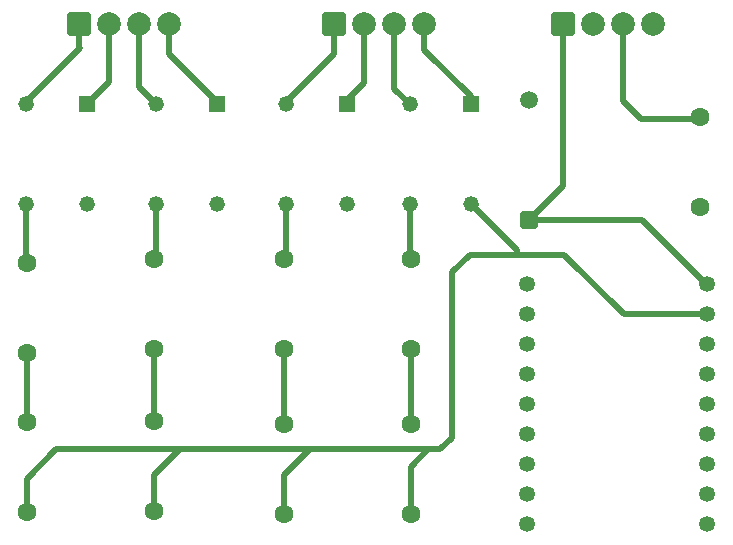
<source format=gbr>
%TF.GenerationSoftware,KiCad,Pcbnew,9.0.6*%
%TF.CreationDate,2025-11-16T14:16:20+11:00*%
%TF.ProjectId,TaikoPcb,5461696b-6f50-4636-922e-6b696361645f,rev?*%
%TF.SameCoordinates,Original*%
%TF.FileFunction,Copper,L1,Top*%
%TF.FilePolarity,Positive*%
%FSLAX46Y46*%
G04 Gerber Fmt 4.6, Leading zero omitted, Abs format (unit mm)*
G04 Created by KiCad (PCBNEW 9.0.6) date 2025-11-16 14:16:20*
%MOMM*%
%LPD*%
G01*
G04 APERTURE LIST*
G04 Aperture macros list*
%AMRoundRect*
0 Rectangle with rounded corners*
0 $1 Rounding radius*
0 $2 $3 $4 $5 $6 $7 $8 $9 X,Y pos of 4 corners*
0 Add a 4 corners polygon primitive as box body*
4,1,4,$2,$3,$4,$5,$6,$7,$8,$9,$2,$3,0*
0 Add four circle primitives for the rounded corners*
1,1,$1+$1,$2,$3*
1,1,$1+$1,$4,$5*
1,1,$1+$1,$6,$7*
1,1,$1+$1,$8,$9*
0 Add four rect primitives between the rounded corners*
20,1,$1+$1,$2,$3,$4,$5,0*
20,1,$1+$1,$4,$5,$6,$7,0*
20,1,$1+$1,$6,$7,$8,$9,0*
20,1,$1+$1,$8,$9,$2,$3,0*%
G04 Aperture macros list end*
%TA.AperFunction,ComponentPad*%
%ADD10R,1.320800X1.320800*%
%TD*%
%TA.AperFunction,ComponentPad*%
%ADD11C,1.320800*%
%TD*%
%TA.AperFunction,ComponentPad*%
%ADD12C,1.600000*%
%TD*%
%TA.AperFunction,ComponentPad*%
%ADD13C,1.348000*%
%TD*%
%TA.AperFunction,ComponentPad*%
%ADD14RoundRect,0.250000X-0.750000X-0.750000X0.750000X-0.750000X0.750000X0.750000X-0.750000X0.750000X0*%
%TD*%
%TA.AperFunction,ComponentPad*%
%ADD15C,2.000000*%
%TD*%
%TA.AperFunction,ComponentPad*%
%ADD16RoundRect,0.250001X0.499999X-0.499999X0.499999X0.499999X-0.499999X0.499999X-0.499999X-0.499999X0*%
%TD*%
%TA.AperFunction,ComponentPad*%
%ADD17C,1.500000*%
%TD*%
%TA.AperFunction,Conductor*%
%ADD18C,0.500000*%
%TD*%
G04 APERTURE END LIST*
D10*
%TO.P,U2,1,1*%
%TO.N,Net-(J1-Pin_2)*%
X121100000Y-45750000D03*
D11*
%TO.P,U2,2,2*%
%TO.N,Net-(J1-Pin_1)*%
X115900000Y-45750000D03*
%TO.P,U2,3,3*%
%TO.N,Net-(R1-Pad1)*%
X115900000Y-54249999D03*
%TO.P,U2,4,4*%
%TO.N,GND*%
X121100000Y-54249999D03*
%TD*%
D12*
%TO.P,R3,1*%
%TO.N,Net-(R3-Pad1)*%
X126800000Y-58880000D03*
%TO.P,R3,2*%
%TO.N,Net-(U1-GP4)*%
X126800000Y-66500000D03*
%TD*%
%TO.P,R5,1*%
%TO.N,Net-(R5-Pad1)*%
X137800000Y-58880000D03*
%TO.P,R5,2*%
%TO.N,Net-(U1-GP2)*%
X137800000Y-66500000D03*
%TD*%
D13*
%TO.P,U1,1,TX*%
%TO.N,unconnected-(U1-TX-Pad1)*%
X158380000Y-61000000D03*
%TO.P,U1,2,RX*%
%TO.N,unconnected-(U1-RX-Pad2)*%
X158380000Y-63540000D03*
%TO.P,U1,3,GP1*%
%TO.N,Net-(U1-GP1)*%
X158380000Y-66080000D03*
%TO.P,U1,4,GP2*%
%TO.N,Net-(U1-GP2)*%
X158380000Y-68620000D03*
%TO.P,U1,5,GP3*%
%TO.N,unconnected-(U1-GP3-Pad5)*%
X158380000Y-71160000D03*
%TO.P,U1,6,GP4*%
%TO.N,Net-(U1-GP4)*%
X158380000Y-73700000D03*
%TO.P,U1,7,GP5*%
%TO.N,Net-(U1-GP5)*%
X158380000Y-76240000D03*
%TO.P,U1,8,GP6*%
%TO.N,Net-(J3-Pin_4)*%
X158380000Y-78780000D03*
%TO.P,U1,9,GP7*%
%TO.N,Net-(U1-GP7)*%
X158380000Y-81314000D03*
%TO.P,U1,10,GP8*%
%TO.N,unconnected-(U1-GP8-Pad10)*%
X173620000Y-81314000D03*
%TO.P,U1,11,GP9*%
%TO.N,unconnected-(U1-GP9-Pad11)*%
X173620000Y-78780000D03*
%TO.P,U1,12,GP10*%
%TO.N,unconnected-(U1-GP10-Pad12)*%
X173620000Y-76240000D03*
%TO.P,U1,13,GP11*%
%TO.N,unconnected-(U1-GP11-Pad13)*%
X173620000Y-73700000D03*
%TO.P,U1,14,GP12*%
%TO.N,unconnected-(U1-GP12-Pad14)*%
X173620000Y-71160000D03*
%TO.P,U1,15,GP13*%
%TO.N,unconnected-(U1-GP13-Pad15)*%
X173620000Y-68620000D03*
%TO.P,U1,16,3v3*%
%TO.N,unconnected-(U1-3v3-Pad16)*%
X173620000Y-66080000D03*
%TO.P,U1,17,GND*%
%TO.N,GND*%
X173620000Y-63540000D03*
%TO.P,U1,18,5v*%
%TO.N,Net-(J3-Pin_1)*%
X173620000Y-61000000D03*
%TD*%
D10*
%TO.P,U4,1,1*%
%TO.N,Net-(J2-Pin_2)*%
X143100000Y-45750000D03*
D11*
%TO.P,U4,2,2*%
%TO.N,Net-(J2-Pin_1)*%
X137900000Y-45750000D03*
%TO.P,U4,3,3*%
%TO.N,Net-(R5-Pad1)*%
X137900000Y-54249999D03*
%TO.P,U4,4,4*%
%TO.N,GND*%
X143100000Y-54249999D03*
%TD*%
D12*
%TO.P,R6,1*%
%TO.N,Net-(U1-GP2)*%
X137800000Y-72880000D03*
%TO.P,R6,2*%
%TO.N,GND*%
X137800000Y-80500000D03*
%TD*%
D14*
%TO.P,J1,1,Pin_1*%
%TO.N,Net-(J1-Pin_1)*%
X120420000Y-39000000D03*
D15*
%TO.P,J1,2,Pin_2*%
%TO.N,Net-(J1-Pin_2)*%
X122960000Y-39000000D03*
%TO.P,J1,3,Pin_3*%
%TO.N,Net-(J1-Pin_3)*%
X125500000Y-39000000D03*
%TO.P,J1,4,Pin_4*%
%TO.N,Net-(J1-Pin_4)*%
X128040000Y-39000000D03*
%TD*%
D12*
%TO.P,R2,1*%
%TO.N,Net-(U1-GP5)*%
X116000000Y-72690000D03*
%TO.P,R2,2*%
%TO.N,GND*%
X116000000Y-80310000D03*
%TD*%
%TO.P,R7,1*%
%TO.N,Net-(R7-Pad1)*%
X148500000Y-58880000D03*
%TO.P,R7,2*%
%TO.N,Net-(U1-GP1)*%
X148500000Y-66500000D03*
%TD*%
%TO.P,R4,1*%
%TO.N,Net-(U1-GP4)*%
X126800000Y-72570000D03*
%TO.P,R4,2*%
%TO.N,GND*%
X126800000Y-80190000D03*
%TD*%
D10*
%TO.P,U3,1,1*%
%TO.N,Net-(J1-Pin_4)*%
X132100000Y-45750000D03*
D11*
%TO.P,U3,2,2*%
%TO.N,Net-(J1-Pin_3)*%
X126900000Y-45750000D03*
%TO.P,U3,3,3*%
%TO.N,Net-(R3-Pad1)*%
X126900000Y-54249999D03*
%TO.P,U3,4,4*%
%TO.N,GND*%
X132100000Y-54249999D03*
%TD*%
D12*
%TO.P,R9,1*%
%TO.N,Net-(U1-GP7)*%
X173000000Y-54500000D03*
%TO.P,R9,2*%
%TO.N,Net-(J3-Pin_3)*%
X173000000Y-46880000D03*
%TD*%
D14*
%TO.P,J2,1,Pin_1*%
%TO.N,Net-(J2-Pin_1)*%
X142020000Y-39000000D03*
D15*
%TO.P,J2,2,Pin_2*%
%TO.N,Net-(J2-Pin_2)*%
X144560000Y-39000000D03*
%TO.P,J2,3,Pin_3*%
%TO.N,Net-(J2-Pin_3)*%
X147100000Y-39000000D03*
%TO.P,J2,4,Pin_4*%
%TO.N,Net-(J2-Pin_4)*%
X149640000Y-39000000D03*
%TD*%
D16*
%TO.P,C1,1*%
%TO.N,Net-(J3-Pin_1)*%
X158500000Y-55580000D03*
D17*
%TO.P,C1,2*%
%TO.N,GND*%
X158500000Y-45420000D03*
%TD*%
D12*
%TO.P,R8,1*%
%TO.N,Net-(U1-GP1)*%
X148500000Y-72880000D03*
%TO.P,R8,2*%
%TO.N,GND*%
X148500000Y-80500000D03*
%TD*%
%TO.P,R1,1*%
%TO.N,Net-(R1-Pad1)*%
X116000000Y-59190000D03*
%TO.P,R1,2*%
%TO.N,Net-(U1-GP5)*%
X116000000Y-66810000D03*
%TD*%
D14*
%TO.P,J3,1,Pin_1*%
%TO.N,Net-(J3-Pin_1)*%
X161420000Y-39000000D03*
D15*
%TO.P,J3,2,Pin_2*%
%TO.N,GND*%
X163960000Y-39000000D03*
%TO.P,J3,3,Pin_3*%
%TO.N,Net-(J3-Pin_3)*%
X166500000Y-39000000D03*
%TO.P,J3,4,Pin_4*%
%TO.N,Net-(J3-Pin_4)*%
X169040000Y-39000000D03*
%TD*%
D10*
%TO.P,U5,1,1*%
%TO.N,Net-(J2-Pin_4)*%
X153600000Y-45750000D03*
D11*
%TO.P,U5,2,2*%
%TO.N,Net-(J2-Pin_3)*%
X148400000Y-45750000D03*
%TO.P,U5,3,3*%
%TO.N,Net-(R7-Pad1)*%
X148400000Y-54249999D03*
%TO.P,U5,4,4*%
%TO.N,GND*%
X153600000Y-54249999D03*
%TD*%
D18*
%TO.N,GND*%
X161500000Y-58500000D02*
X157500000Y-58500000D01*
X142500000Y-75000000D02*
X140000000Y-75000000D01*
X137800000Y-77200000D02*
X137800000Y-80500000D01*
X151000000Y-75000000D02*
X150000000Y-75000000D01*
X142500000Y-75000000D02*
X150000000Y-75000000D01*
X130000000Y-75000000D02*
X129000000Y-75000000D01*
X173620000Y-63540000D02*
X166540000Y-63540000D01*
X151000000Y-75000000D02*
X152000000Y-74000000D01*
X152000000Y-60000000D02*
X152000000Y-74000000D01*
X118500000Y-75000000D02*
X116000000Y-77500000D01*
X154000000Y-58500000D02*
X153500000Y-58500000D01*
X130000000Y-75000000D02*
X118500000Y-75000000D01*
X153500000Y-58500000D02*
X152000000Y-60000000D01*
X116000000Y-80310000D02*
X116000000Y-80500000D01*
X153600000Y-54249999D02*
X157500000Y-58149999D01*
X140000000Y-75000000D02*
X137800000Y-77200000D01*
X116000000Y-77500000D02*
X116000000Y-80310000D01*
X142500000Y-75000000D02*
X130000000Y-75000000D01*
X129000000Y-75000000D02*
X126800000Y-77200000D01*
X150000000Y-75000000D02*
X148500000Y-76500000D01*
X148500000Y-76500000D02*
X148500000Y-80500000D01*
X126800000Y-77200000D02*
X126800000Y-80190000D01*
X166540000Y-63540000D02*
X161500000Y-58500000D01*
X157500000Y-58149999D02*
X157500000Y-58500000D01*
X157500000Y-58500000D02*
X154000000Y-58500000D01*
%TO.N,Net-(J3-Pin_1)*%
X173620000Y-61000000D02*
X173500000Y-61000000D01*
X173500000Y-61000000D02*
X168080000Y-55580000D01*
X168080000Y-55580000D02*
X158500000Y-55580000D01*
X161420000Y-52660000D02*
X161420000Y-39000000D01*
X158500000Y-55580000D02*
X161420000Y-52660000D01*
%TO.N,Net-(J1-Pin_4)*%
X132100000Y-45600000D02*
X132100000Y-45750000D01*
X128000000Y-41500000D02*
X132100000Y-45600000D01*
X128040000Y-41460000D02*
X128040000Y-39000000D01*
X128040000Y-41460000D02*
X128000000Y-41500000D01*
%TO.N,Net-(J1-Pin_1)*%
X115900000Y-45600000D02*
X120500000Y-41000000D01*
X120500000Y-41000000D02*
X120420000Y-40920000D01*
X120420000Y-40920000D02*
X120420000Y-39000000D01*
X115900000Y-45750000D02*
X115900000Y-45600000D01*
%TO.N,Net-(J1-Pin_2)*%
X122960000Y-43890000D02*
X122960000Y-39000000D01*
X121100000Y-45750000D02*
X122960000Y-43890000D01*
%TO.N,Net-(J1-Pin_3)*%
X125500000Y-44350000D02*
X125500000Y-39000000D01*
X126900000Y-45750000D02*
X125500000Y-44350000D01*
%TO.N,Net-(J2-Pin_3)*%
X148400000Y-45750000D02*
X147100000Y-44450000D01*
X147100000Y-44450000D02*
X147100000Y-39000000D01*
%TO.N,Net-(J2-Pin_1)*%
X142020000Y-41480000D02*
X142000000Y-41460000D01*
X137900000Y-45750000D02*
X137900000Y-45600000D01*
X142020000Y-40980000D02*
X142020000Y-39000000D01*
X142000000Y-41000000D02*
X142020000Y-40980000D01*
X137900000Y-45600000D02*
X142020000Y-41480000D01*
X142000000Y-41460000D02*
X142000000Y-41000000D01*
%TO.N,Net-(J2-Pin_4)*%
X153600000Y-45100000D02*
X149640000Y-41140000D01*
X149640000Y-41140000D02*
X149640000Y-39000000D01*
X153600000Y-45750000D02*
X153600000Y-45100000D01*
%TO.N,Net-(J2-Pin_2)*%
X144560000Y-43940000D02*
X144560000Y-39000000D01*
X143100000Y-45750000D02*
X143100000Y-45400000D01*
X143100000Y-45400000D02*
X144560000Y-43940000D01*
%TO.N,Net-(J3-Pin_3)*%
X168000000Y-47000000D02*
X166500000Y-45500000D01*
X173000000Y-46880000D02*
X173000000Y-47000000D01*
X173000000Y-47000000D02*
X168000000Y-47000000D01*
X166500000Y-45500000D02*
X166500000Y-39000000D01*
%TO.N,Net-(R1-Pad1)*%
X115900000Y-59090000D02*
X116000000Y-59190000D01*
X115900000Y-54249999D02*
X115900000Y-59090000D01*
%TO.N,Net-(U1-GP5)*%
X116000000Y-66810000D02*
X116000000Y-72690000D01*
%TO.N,Net-(R3-Pad1)*%
X126900000Y-54249999D02*
X126900000Y-58780000D01*
X126900000Y-58780000D02*
X126800000Y-58880000D01*
%TO.N,Net-(U1-GP4)*%
X126800000Y-66500000D02*
X126800000Y-72570000D01*
%TO.N,Net-(U1-GP2)*%
X137800000Y-66500000D02*
X137800000Y-72880000D01*
%TO.N,Net-(R5-Pad1)*%
X137880000Y-58880000D02*
X137900000Y-58900000D01*
X137800000Y-58880000D02*
X137880000Y-58880000D01*
X137900000Y-58900000D02*
X137900000Y-54249999D01*
%TO.N,Net-(R7-Pad1)*%
X148400000Y-58780000D02*
X148500000Y-58880000D01*
X148400000Y-54249999D02*
X148400000Y-58780000D01*
%TO.N,Net-(U1-GP1)*%
X148500000Y-66500000D02*
X148500000Y-72880000D01*
%TD*%
M02*

</source>
